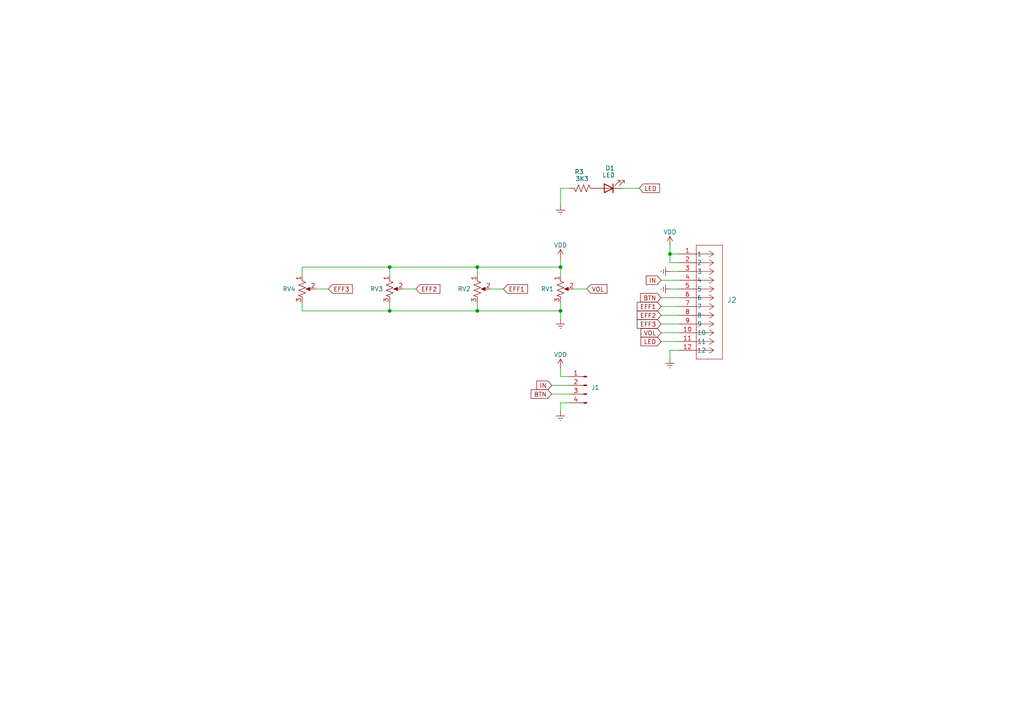
<source format=kicad_sch>
(kicad_sch (version 20230121) (generator eeschema)

  (uuid 65babcf1-51be-450b-8f6b-a5b3bcaf1a10)

  (paper "A4")

  (lib_symbols
    (symbol "Connector:Conn_01x04_Pin" (pin_names (offset 1.016) hide) (in_bom yes) (on_board yes)
      (property "Reference" "J" (at 0 5.08 0)
        (effects (font (size 1.27 1.27)))
      )
      (property "Value" "Conn_01x04_Pin" (at 0 -7.62 0)
        (effects (font (size 1.27 1.27)))
      )
      (property "Footprint" "" (at 0 0 0)
        (effects (font (size 1.27 1.27)) hide)
      )
      (property "Datasheet" "~" (at 0 0 0)
        (effects (font (size 1.27 1.27)) hide)
      )
      (property "ki_locked" "" (at 0 0 0)
        (effects (font (size 1.27 1.27)))
      )
      (property "ki_keywords" "connector" (at 0 0 0)
        (effects (font (size 1.27 1.27)) hide)
      )
      (property "ki_description" "Generic connector, single row, 01x04, script generated" (at 0 0 0)
        (effects (font (size 1.27 1.27)) hide)
      )
      (property "ki_fp_filters" "Connector*:*_1x??_*" (at 0 0 0)
        (effects (font (size 1.27 1.27)) hide)
      )
      (symbol "Conn_01x04_Pin_1_1"
        (polyline
          (pts
            (xy 1.27 -5.08)
            (xy 0.8636 -5.08)
          )
          (stroke (width 0.1524) (type default))
          (fill (type none))
        )
        (polyline
          (pts
            (xy 1.27 -2.54)
            (xy 0.8636 -2.54)
          )
          (stroke (width 0.1524) (type default))
          (fill (type none))
        )
        (polyline
          (pts
            (xy 1.27 0)
            (xy 0.8636 0)
          )
          (stroke (width 0.1524) (type default))
          (fill (type none))
        )
        (polyline
          (pts
            (xy 1.27 2.54)
            (xy 0.8636 2.54)
          )
          (stroke (width 0.1524) (type default))
          (fill (type none))
        )
        (rectangle (start 0.8636 -4.953) (end 0 -5.207)
          (stroke (width 0.1524) (type default))
          (fill (type outline))
        )
        (rectangle (start 0.8636 -2.413) (end 0 -2.667)
          (stroke (width 0.1524) (type default))
          (fill (type outline))
        )
        (rectangle (start 0.8636 0.127) (end 0 -0.127)
          (stroke (width 0.1524) (type default))
          (fill (type outline))
        )
        (rectangle (start 0.8636 2.667) (end 0 2.413)
          (stroke (width 0.1524) (type default))
          (fill (type outline))
        )
        (pin passive line (at 5.08 2.54 180) (length 3.81)
          (name "Pin_1" (effects (font (size 1.27 1.27))))
          (number "1" (effects (font (size 1.27 1.27))))
        )
        (pin passive line (at 5.08 0 180) (length 3.81)
          (name "Pin_2" (effects (font (size 1.27 1.27))))
          (number "2" (effects (font (size 1.27 1.27))))
        )
        (pin passive line (at 5.08 -2.54 180) (length 3.81)
          (name "Pin_3" (effects (font (size 1.27 1.27))))
          (number "3" (effects (font (size 1.27 1.27))))
        )
        (pin passive line (at 5.08 -5.08 180) (length 3.81)
          (name "Pin_4" (effects (font (size 1.27 1.27))))
          (number "4" (effects (font (size 1.27 1.27))))
        )
      )
    )
    (symbol "Custom:TE_Conn_1-1734248-2" (pin_names (offset 0.254)) (in_bom yes) (on_board yes)
      (property "Reference" "J" (at 8.89 6.35 0)
        (effects (font (size 1.524 1.524)))
      )
      (property "Value" "TE_Conn_1-1734248-2" (at 0 0 0)
        (effects (font (size 1.524 1.524)))
      )
      (property "Footprint" "CONN_1-1734248-2_TYCO" (at 0 0 0)
        (effects (font (size 1.27 1.27) italic) hide)
      )
      (property "Datasheet" "1-1734248-2" (at 0 0 0)
        (effects (font (size 1.27 1.27) italic) hide)
      )
      (property "ki_locked" "" (at 0 0 0)
        (effects (font (size 1.27 1.27)))
      )
      (property "ki_keywords" "1-1734248-2" (at 0 0 0)
        (effects (font (size 1.27 1.27)) hide)
      )
      (property "ki_fp_filters" "CONN_1-1734248-2_TYCO" (at 0 0 0)
        (effects (font (size 1.27 1.27)) hide)
      )
      (symbol "TE_Conn_1-1734248-2_1_1"
        (polyline
          (pts
            (xy 5.08 -30.48)
            (xy 12.7 -30.48)
          )
          (stroke (width 0.127) (type default))
          (fill (type none))
        )
        (polyline
          (pts
            (xy 5.08 2.54)
            (xy 5.08 -30.48)
          )
          (stroke (width 0.127) (type default))
          (fill (type none))
        )
        (polyline
          (pts
            (xy 10.16 -27.94)
            (xy 5.08 -27.94)
          )
          (stroke (width 0.127) (type default))
          (fill (type none))
        )
        (polyline
          (pts
            (xy 10.16 -27.94)
            (xy 8.89 -28.7867)
          )
          (stroke (width 0.127) (type default))
          (fill (type none))
        )
        (polyline
          (pts
            (xy 10.16 -27.94)
            (xy 8.89 -27.0933)
          )
          (stroke (width 0.127) (type default))
          (fill (type none))
        )
        (polyline
          (pts
            (xy 10.16 -25.4)
            (xy 5.08 -25.4)
          )
          (stroke (width 0.127) (type default))
          (fill (type none))
        )
        (polyline
          (pts
            (xy 10.16 -25.4)
            (xy 8.89 -26.2467)
          )
          (stroke (width 0.127) (type default))
          (fill (type none))
        )
        (polyline
          (pts
            (xy 10.16 -25.4)
            (xy 8.89 -24.5533)
          )
          (stroke (width 0.127) (type default))
          (fill (type none))
        )
        (polyline
          (pts
            (xy 10.16 -22.86)
            (xy 5.08 -22.86)
          )
          (stroke (width 0.127) (type default))
          (fill (type none))
        )
        (polyline
          (pts
            (xy 10.16 -22.86)
            (xy 8.89 -23.7067)
          )
          (stroke (width 0.127) (type default))
          (fill (type none))
        )
        (polyline
          (pts
            (xy 10.16 -22.86)
            (xy 8.89 -22.0133)
          )
          (stroke (width 0.127) (type default))
          (fill (type none))
        )
        (polyline
          (pts
            (xy 10.16 -20.32)
            (xy 5.08 -20.32)
          )
          (stroke (width 0.127) (type default))
          (fill (type none))
        )
        (polyline
          (pts
            (xy 10.16 -20.32)
            (xy 8.89 -21.1667)
          )
          (stroke (width 0.127) (type default))
          (fill (type none))
        )
        (polyline
          (pts
            (xy 10.16 -20.32)
            (xy 8.89 -19.4733)
          )
          (stroke (width 0.127) (type default))
          (fill (type none))
        )
        (polyline
          (pts
            (xy 10.16 -17.78)
            (xy 5.08 -17.78)
          )
          (stroke (width 0.127) (type default))
          (fill (type none))
        )
        (polyline
          (pts
            (xy 10.16 -17.78)
            (xy 8.89 -18.6267)
          )
          (stroke (width 0.127) (type default))
          (fill (type none))
        )
        (polyline
          (pts
            (xy 10.16 -17.78)
            (xy 8.89 -16.9333)
          )
          (stroke (width 0.127) (type default))
          (fill (type none))
        )
        (polyline
          (pts
            (xy 10.16 -15.24)
            (xy 5.08 -15.24)
          )
          (stroke (width 0.127) (type default))
          (fill (type none))
        )
        (polyline
          (pts
            (xy 10.16 -15.24)
            (xy 8.89 -16.0867)
          )
          (stroke (width 0.127) (type default))
          (fill (type none))
        )
        (polyline
          (pts
            (xy 10.16 -15.24)
            (xy 8.89 -14.3933)
          )
          (stroke (width 0.127) (type default))
          (fill (type none))
        )
        (polyline
          (pts
            (xy 10.16 -12.7)
            (xy 5.08 -12.7)
          )
          (stroke (width 0.127) (type default))
          (fill (type none))
        )
        (polyline
          (pts
            (xy 10.16 -12.7)
            (xy 8.89 -13.5467)
          )
          (stroke (width 0.127) (type default))
          (fill (type none))
        )
        (polyline
          (pts
            (xy 10.16 -12.7)
            (xy 8.89 -11.8533)
          )
          (stroke (width 0.127) (type default))
          (fill (type none))
        )
        (polyline
          (pts
            (xy 10.16 -10.16)
            (xy 5.08 -10.16)
          )
          (stroke (width 0.127) (type default))
          (fill (type none))
        )
        (polyline
          (pts
            (xy 10.16 -10.16)
            (xy 8.89 -11.0067)
          )
          (stroke (width 0.127) (type default))
          (fill (type none))
        )
        (polyline
          (pts
            (xy 10.16 -10.16)
            (xy 8.89 -9.3133)
          )
          (stroke (width 0.127) (type default))
          (fill (type none))
        )
        (polyline
          (pts
            (xy 10.16 -7.62)
            (xy 5.08 -7.62)
          )
          (stroke (width 0.127) (type default))
          (fill (type none))
        )
        (polyline
          (pts
            (xy 10.16 -7.62)
            (xy 8.89 -8.4667)
          )
          (stroke (width 0.127) (type default))
          (fill (type none))
        )
        (polyline
          (pts
            (xy 10.16 -7.62)
            (xy 8.89 -6.7733)
          )
          (stroke (width 0.127) (type default))
          (fill (type none))
        )
        (polyline
          (pts
            (xy 10.16 -5.08)
            (xy 5.08 -5.08)
          )
          (stroke (width 0.127) (type default))
          (fill (type none))
        )
        (polyline
          (pts
            (xy 10.16 -5.08)
            (xy 8.89 -5.9267)
          )
          (stroke (width 0.127) (type default))
          (fill (type none))
        )
        (polyline
          (pts
            (xy 10.16 -5.08)
            (xy 8.89 -4.2333)
          )
          (stroke (width 0.127) (type default))
          (fill (type none))
        )
        (polyline
          (pts
            (xy 10.16 -2.54)
            (xy 5.08 -2.54)
          )
          (stroke (width 0.127) (type default))
          (fill (type none))
        )
        (polyline
          (pts
            (xy 10.16 -2.54)
            (xy 8.89 -3.3867)
          )
          (stroke (width 0.127) (type default))
          (fill (type none))
        )
        (polyline
          (pts
            (xy 10.16 -2.54)
            (xy 8.89 -1.6933)
          )
          (stroke (width 0.127) (type default))
          (fill (type none))
        )
        (polyline
          (pts
            (xy 10.16 0)
            (xy 5.08 0)
          )
          (stroke (width 0.127) (type default))
          (fill (type none))
        )
        (polyline
          (pts
            (xy 10.16 0)
            (xy 8.89 -0.8467)
          )
          (stroke (width 0.127) (type default))
          (fill (type none))
        )
        (polyline
          (pts
            (xy 10.16 0)
            (xy 8.89 0.8467)
          )
          (stroke (width 0.127) (type default))
          (fill (type none))
        )
        (polyline
          (pts
            (xy 12.7 -30.48)
            (xy 12.7 2.54)
          )
          (stroke (width 0.127) (type default))
          (fill (type none))
        )
        (polyline
          (pts
            (xy 12.7 2.54)
            (xy 5.08 2.54)
          )
          (stroke (width 0.127) (type default))
          (fill (type none))
        )
        (pin unspecified line (at 0 0 0) (length 5.08)
          (name "1" (effects (font (size 1.27 1.27))))
          (number "1" (effects (font (size 1.27 1.27))))
        )
        (pin unspecified line (at 0 -22.86 0) (length 5.08)
          (name "10" (effects (font (size 1.27 1.27))))
          (number "10" (effects (font (size 1.27 1.27))))
        )
        (pin unspecified line (at 0 -25.4 0) (length 5.08)
          (name "11" (effects (font (size 1.27 1.27))))
          (number "11" (effects (font (size 1.27 1.27))))
        )
        (pin unspecified line (at 0 -27.94 0) (length 5.08)
          (name "12" (effects (font (size 1.27 1.27))))
          (number "12" (effects (font (size 1.27 1.27))))
        )
        (pin unspecified line (at 0 -2.54 0) (length 5.08)
          (name "2" (effects (font (size 1.27 1.27))))
          (number "2" (effects (font (size 1.27 1.27))))
        )
        (pin unspecified line (at 0 -5.08 0) (length 5.08)
          (name "3" (effects (font (size 1.27 1.27))))
          (number "3" (effects (font (size 1.27 1.27))))
        )
        (pin unspecified line (at 0 -7.62 0) (length 5.08)
          (name "4" (effects (font (size 1.27 1.27))))
          (number "4" (effects (font (size 1.27 1.27))))
        )
        (pin unspecified line (at 0 -10.16 0) (length 5.08)
          (name "5" (effects (font (size 1.27 1.27))))
          (number "5" (effects (font (size 1.27 1.27))))
        )
        (pin unspecified line (at 0 -12.7 0) (length 5.08)
          (name "6" (effects (font (size 1.27 1.27))))
          (number "6" (effects (font (size 1.27 1.27))))
        )
        (pin unspecified line (at 0 -15.24 0) (length 5.08)
          (name "7" (effects (font (size 1.27 1.27))))
          (number "7" (effects (font (size 1.27 1.27))))
        )
        (pin unspecified line (at 0 -17.78 0) (length 5.08)
          (name "8" (effects (font (size 1.27 1.27))))
          (number "8" (effects (font (size 1.27 1.27))))
        )
        (pin unspecified line (at 0 -20.32 0) (length 5.08)
          (name "9" (effects (font (size 1.27 1.27))))
          (number "9" (effects (font (size 1.27 1.27))))
        )
      )
      (symbol "TE_Conn_1-1734248-2_1_2"
        (polyline
          (pts
            (xy 5.08 -30.48)
            (xy 12.7 -30.48)
          )
          (stroke (width 0.127) (type default))
          (fill (type none))
        )
        (polyline
          (pts
            (xy 5.08 2.54)
            (xy 5.08 -30.48)
          )
          (stroke (width 0.127) (type default))
          (fill (type none))
        )
        (polyline
          (pts
            (xy 7.62 -27.94)
            (xy 5.08 -27.94)
          )
          (stroke (width 0.127) (type default))
          (fill (type none))
        )
        (polyline
          (pts
            (xy 7.62 -27.94)
            (xy 8.89 -28.7867)
          )
          (stroke (width 0.127) (type default))
          (fill (type none))
        )
        (polyline
          (pts
            (xy 7.62 -27.94)
            (xy 8.89 -27.0933)
          )
          (stroke (width 0.127) (type default))
          (fill (type none))
        )
        (polyline
          (pts
            (xy 7.62 -25.4)
            (xy 5.08 -25.4)
          )
          (stroke (width 0.127) (type default))
          (fill (type none))
        )
        (polyline
          (pts
            (xy 7.62 -25.4)
            (xy 8.89 -26.2467)
          )
          (stroke (width 0.127) (type default))
          (fill (type none))
        )
        (polyline
          (pts
            (xy 7.62 -25.4)
            (xy 8.89 -24.5533)
          )
          (stroke (width 0.127) (type default))
          (fill (type none))
        )
        (polyline
          (pts
            (xy 7.62 -22.86)
            (xy 5.08 -22.86)
          )
          (stroke (width 0.127) (type default))
          (fill (type none))
        )
        (polyline
          (pts
            (xy 7.62 -22.86)
            (xy 8.89 -23.7067)
          )
          (stroke (width 0.127) (type default))
          (fill (type none))
        )
        (polyline
          (pts
            (xy 7.62 -22.86)
            (xy 8.89 -22.0133)
          )
          (stroke (width 0.127) (type default))
          (fill (type none))
        )
        (polyline
          (pts
            (xy 7.62 -20.32)
            (xy 5.08 -20.32)
          )
          (stroke (width 0.127) (type default))
          (fill (type none))
        )
        (polyline
          (pts
            (xy 7.62 -20.32)
            (xy 8.89 -21.1667)
          )
          (stroke (width 0.127) (type default))
          (fill (type none))
        )
        (polyline
          (pts
            (xy 7.62 -20.32)
            (xy 8.89 -19.4733)
          )
          (stroke (width 0.127) (type default))
          (fill (type none))
        )
        (polyline
          (pts
            (xy 7.62 -17.78)
            (xy 5.08 -17.78)
          )
          (stroke (width 0.127) (type default))
          (fill (type none))
        )
        (polyline
          (pts
            (xy 7.62 -17.78)
            (xy 8.89 -18.6267)
          )
          (stroke (width 0.127) (type default))
          (fill (type none))
        )
        (polyline
          (pts
            (xy 7.62 -17.78)
            (xy 8.89 -16.9333)
          )
          (stroke (width 0.127) (type default))
          (fill (type none))
        )
        (polyline
          (pts
            (xy 7.62 -15.24)
            (xy 5.08 -15.24)
          )
          (stroke (width 0.127) (type default))
          (fill (type none))
        )
        (polyline
          (pts
            (xy 7.62 -15.24)
            (xy 8.89 -16.0867)
          )
          (stroke (width 0.127) (type default))
          (fill (type none))
        )
        (polyline
          (pts
            (xy 7.62 -15.24)
            (xy 8.89 -14.3933)
          )
          (stroke (width 0.127) (type default))
          (fill (type none))
        )
        (polyline
          (pts
            (xy 7.62 -12.7)
            (xy 5.08 -12.7)
          )
          (stroke (width 0.127) (type default))
          (fill (type none))
        )
        (polyline
          (pts
            (xy 7.62 -12.7)
            (xy 8.89 -13.5467)
          )
          (stroke (width 0.127) (type default))
          (fill (type none))
        )
        (polyline
          (pts
            (xy 7.62 -12.7)
            (xy 8.89 -11.8533)
          )
          (stroke (width 0.127) (type default))
          (fill (type none))
        )
        (polyline
          (pts
            (xy 7.62 -10.16)
            (xy 5.08 -10.16)
          )
          (stroke (width 0.127) (type default))
          (fill (type none))
        )
        (polyline
          (pts
            (xy 7.62 -10.16)
            (xy 8.89 -11.0067)
          )
          (stroke (width 0.127) (type default))
          (fill (type none))
        )
        (polyline
          (pts
            (xy 7.62 -10.16)
            (xy 8.89 -9.3133)
          )
          (stroke (width 0.127) (type default))
          (fill (type none))
        )
        (polyline
          (pts
            (xy 7.62 -7.62)
            (xy 5.08 -7.62)
          )
          (stroke (width 0.127) (type default))
          (fill (type none))
        )
        (polyline
          (pts
            (xy 7.62 -7.62)
            (xy 8.89 -8.4667)
          )
          (stroke (width 0.127) (type default))
          (fill (type none))
        )
        (polyline
          (pts
            (xy 7.62 -7.62)
            (xy 8.89 -6.7733)
          )
          (stroke (width 0.127) (type default))
          (fill (type none))
        )
        (polyline
          (pts
            (xy 7.62 -5.08)
            (xy 5.08 -5.08)
          )
          (stroke (width 0.127) (type default))
          (fill (type none))
        )
        (polyline
          (pts
            (xy 7.62 -5.08)
            (xy 8.89 -5.9267)
          )
          (stroke (width 0.127) (type default))
          (fill (type none))
        )
        (polyline
          (pts
            (xy 7.62 -5.08)
            (xy 8.89 -4.2333)
          )
          (stroke (width 0.127) (type default))
          (fill (type none))
        )
        (polyline
          (pts
            (xy 7.62 -2.54)
            (xy 5.08 -2.54)
          )
          (stroke (width 0.127) (type default))
          (fill (type none))
        )
        (polyline
          (pts
            (xy 7.62 -2.54)
            (xy 8.89 -3.3867)
          )
          (stroke (width 0.127) (type default))
          (fill (type none))
        )
        (polyline
          (pts
            (xy 7.62 -2.54)
            (xy 8.89 -1.6933)
          )
          (stroke (width 0.127) (type default))
          (fill (type none))
        )
        (polyline
          (pts
            (xy 7.62 0)
            (xy 5.08 0)
          )
          (stroke (width 0.127) (type default))
          (fill (type none))
        )
        (polyline
          (pts
            (xy 7.62 0)
            (xy 8.89 -0.8467)
          )
          (stroke (width 0.127) (type default))
          (fill (type none))
        )
        (polyline
          (pts
            (xy 7.62 0)
            (xy 8.89 0.8467)
          )
          (stroke (width 0.127) (type default))
          (fill (type none))
        )
        (polyline
          (pts
            (xy 12.7 -30.48)
            (xy 12.7 2.54)
          )
          (stroke (width 0.127) (type default))
          (fill (type none))
        )
        (polyline
          (pts
            (xy 12.7 2.54)
            (xy 5.08 2.54)
          )
          (stroke (width 0.127) (type default))
          (fill (type none))
        )
        (pin unspecified line (at 0 0 0) (length 5.08)
          (name "1" (effects (font (size 1.27 1.27))))
          (number "1" (effects (font (size 1.27 1.27))))
        )
        (pin unspecified line (at 0 -22.86 0) (length 5.08)
          (name "10" (effects (font (size 1.27 1.27))))
          (number "10" (effects (font (size 1.27 1.27))))
        )
        (pin unspecified line (at 0 -25.4 0) (length 5.08)
          (name "11" (effects (font (size 1.27 1.27))))
          (number "11" (effects (font (size 1.27 1.27))))
        )
        (pin unspecified line (at 0 -27.94 0) (length 5.08)
          (name "12" (effects (font (size 1.27 1.27))))
          (number "12" (effects (font (size 1.27 1.27))))
        )
        (pin unspecified line (at 0 -2.54 0) (length 5.08)
          (name "2" (effects (font (size 1.27 1.27))))
          (number "2" (effects (font (size 1.27 1.27))))
        )
        (pin unspecified line (at 0 -5.08 0) (length 5.08)
          (name "3" (effects (font (size 1.27 1.27))))
          (number "3" (effects (font (size 1.27 1.27))))
        )
        (pin unspecified line (at 0 -7.62 0) (length 5.08)
          (name "4" (effects (font (size 1.27 1.27))))
          (number "4" (effects (font (size 1.27 1.27))))
        )
        (pin unspecified line (at 0 -10.16 0) (length 5.08)
          (name "5" (effects (font (size 1.27 1.27))))
          (number "5" (effects (font (size 1.27 1.27))))
        )
        (pin unspecified line (at 0 -12.7 0) (length 5.08)
          (name "6" (effects (font (size 1.27 1.27))))
          (number "6" (effects (font (size 1.27 1.27))))
        )
        (pin unspecified line (at 0 -15.24 0) (length 5.08)
          (name "7" (effects (font (size 1.27 1.27))))
          (number "7" (effects (font (size 1.27 1.27))))
        )
        (pin unspecified line (at 0 -17.78 0) (length 5.08)
          (name "8" (effects (font (size 1.27 1.27))))
          (number "8" (effects (font (size 1.27 1.27))))
        )
        (pin unspecified line (at 0 -20.32 0) (length 5.08)
          (name "9" (effects (font (size 1.27 1.27))))
          (number "9" (effects (font (size 1.27 1.27))))
        )
      )
    )
    (symbol "Device:LED" (pin_numbers hide) (pin_names (offset 1.016) hide) (in_bom yes) (on_board yes)
      (property "Reference" "D" (at 0 2.54 0)
        (effects (font (size 1.27 1.27)))
      )
      (property "Value" "LED" (at 0 -2.54 0)
        (effects (font (size 1.27 1.27)))
      )
      (property "Footprint" "" (at 0 0 0)
        (effects (font (size 1.27 1.27)) hide)
      )
      (property "Datasheet" "~" (at 0 0 0)
        (effects (font (size 1.27 1.27)) hide)
      )
      (property "ki_keywords" "LED diode" (at 0 0 0)
        (effects (font (size 1.27 1.27)) hide)
      )
      (property "ki_description" "Light emitting diode" (at 0 0 0)
        (effects (font (size 1.27 1.27)) hide)
      )
      (property "ki_fp_filters" "LED* LED_SMD:* LED_THT:*" (at 0 0 0)
        (effects (font (size 1.27 1.27)) hide)
      )
      (symbol "LED_0_1"
        (polyline
          (pts
            (xy -1.27 -1.27)
            (xy -1.27 1.27)
          )
          (stroke (width 0.254) (type default))
          (fill (type none))
        )
        (polyline
          (pts
            (xy -1.27 0)
            (xy 1.27 0)
          )
          (stroke (width 0) (type default))
          (fill (type none))
        )
        (polyline
          (pts
            (xy 1.27 -1.27)
            (xy 1.27 1.27)
            (xy -1.27 0)
            (xy 1.27 -1.27)
          )
          (stroke (width 0.254) (type default))
          (fill (type none))
        )
        (polyline
          (pts
            (xy -3.048 -0.762)
            (xy -4.572 -2.286)
            (xy -3.81 -2.286)
            (xy -4.572 -2.286)
            (xy -4.572 -1.524)
          )
          (stroke (width 0) (type default))
          (fill (type none))
        )
        (polyline
          (pts
            (xy -1.778 -0.762)
            (xy -3.302 -2.286)
            (xy -2.54 -2.286)
            (xy -3.302 -2.286)
            (xy -3.302 -1.524)
          )
          (stroke (width 0) (type default))
          (fill (type none))
        )
      )
      (symbol "LED_1_1"
        (pin passive line (at -3.81 0 0) (length 2.54)
          (name "K" (effects (font (size 1.27 1.27))))
          (number "1" (effects (font (size 1.27 1.27))))
        )
        (pin passive line (at 3.81 0 180) (length 2.54)
          (name "A" (effects (font (size 1.27 1.27))))
          (number "2" (effects (font (size 1.27 1.27))))
        )
      )
    )
    (symbol "Device:R_Potentiometer_US" (pin_names (offset 1.016) hide) (in_bom yes) (on_board yes)
      (property "Reference" "RV" (at -4.445 0 90)
        (effects (font (size 1.27 1.27)))
      )
      (property "Value" "R_Potentiometer_US" (at -2.54 0 90)
        (effects (font (size 1.27 1.27)))
      )
      (property "Footprint" "" (at 0 0 0)
        (effects (font (size 1.27 1.27)) hide)
      )
      (property "Datasheet" "~" (at 0 0 0)
        (effects (font (size 1.27 1.27)) hide)
      )
      (property "ki_keywords" "resistor variable" (at 0 0 0)
        (effects (font (size 1.27 1.27)) hide)
      )
      (property "ki_description" "Potentiometer, US symbol" (at 0 0 0)
        (effects (font (size 1.27 1.27)) hide)
      )
      (property "ki_fp_filters" "Potentiometer*" (at 0 0 0)
        (effects (font (size 1.27 1.27)) hide)
      )
      (symbol "R_Potentiometer_US_0_1"
        (polyline
          (pts
            (xy 0 -2.286)
            (xy 0 -2.54)
          )
          (stroke (width 0) (type default))
          (fill (type none))
        )
        (polyline
          (pts
            (xy 0 2.54)
            (xy 0 2.286)
          )
          (stroke (width 0) (type default))
          (fill (type none))
        )
        (polyline
          (pts
            (xy 2.54 0)
            (xy 1.524 0)
          )
          (stroke (width 0) (type default))
          (fill (type none))
        )
        (polyline
          (pts
            (xy 1.143 0)
            (xy 2.286 0.508)
            (xy 2.286 -0.508)
            (xy 1.143 0)
          )
          (stroke (width 0) (type default))
          (fill (type outline))
        )
        (polyline
          (pts
            (xy 0 -0.762)
            (xy 1.016 -1.143)
            (xy 0 -1.524)
            (xy -1.016 -1.905)
            (xy 0 -2.286)
          )
          (stroke (width 0) (type default))
          (fill (type none))
        )
        (polyline
          (pts
            (xy 0 0.762)
            (xy 1.016 0.381)
            (xy 0 0)
            (xy -1.016 -0.381)
            (xy 0 -0.762)
          )
          (stroke (width 0) (type default))
          (fill (type none))
        )
        (polyline
          (pts
            (xy 0 2.286)
            (xy 1.016 1.905)
            (xy 0 1.524)
            (xy -1.016 1.143)
            (xy 0 0.762)
          )
          (stroke (width 0) (type default))
          (fill (type none))
        )
      )
      (symbol "R_Potentiometer_US_1_1"
        (pin passive line (at 0 3.81 270) (length 1.27)
          (name "1" (effects (font (size 1.27 1.27))))
          (number "1" (effects (font (size 1.27 1.27))))
        )
        (pin passive line (at 3.81 0 180) (length 1.27)
          (name "2" (effects (font (size 1.27 1.27))))
          (number "2" (effects (font (size 1.27 1.27))))
        )
        (pin passive line (at 0 -3.81 90) (length 1.27)
          (name "3" (effects (font (size 1.27 1.27))))
          (number "3" (effects (font (size 1.27 1.27))))
        )
      )
    )
    (symbol "Device:R_US" (pin_numbers hide) (pin_names (offset 0)) (in_bom yes) (on_board yes)
      (property "Reference" "R" (at 2.54 0 90)
        (effects (font (size 1.27 1.27)))
      )
      (property "Value" "R_US" (at -2.54 0 90)
        (effects (font (size 1.27 1.27)))
      )
      (property "Footprint" "" (at 1.016 -0.254 90)
        (effects (font (size 1.27 1.27)) hide)
      )
      (property "Datasheet" "~" (at 0 0 0)
        (effects (font (size 1.27 1.27)) hide)
      )
      (property "ki_keywords" "R res resistor" (at 0 0 0)
        (effects (font (size 1.27 1.27)) hide)
      )
      (property "ki_description" "Resistor, US symbol" (at 0 0 0)
        (effects (font (size 1.27 1.27)) hide)
      )
      (property "ki_fp_filters" "R_*" (at 0 0 0)
        (effects (font (size 1.27 1.27)) hide)
      )
      (symbol "R_US_0_1"
        (polyline
          (pts
            (xy 0 -2.286)
            (xy 0 -2.54)
          )
          (stroke (width 0) (type default))
          (fill (type none))
        )
        (polyline
          (pts
            (xy 0 2.286)
            (xy 0 2.54)
          )
          (stroke (width 0) (type default))
          (fill (type none))
        )
        (polyline
          (pts
            (xy 0 -0.762)
            (xy 1.016 -1.143)
            (xy 0 -1.524)
            (xy -1.016 -1.905)
            (xy 0 -2.286)
          )
          (stroke (width 0) (type default))
          (fill (type none))
        )
        (polyline
          (pts
            (xy 0 0.762)
            (xy 1.016 0.381)
            (xy 0 0)
            (xy -1.016 -0.381)
            (xy 0 -0.762)
          )
          (stroke (width 0) (type default))
          (fill (type none))
        )
        (polyline
          (pts
            (xy 0 2.286)
            (xy 1.016 1.905)
            (xy 0 1.524)
            (xy -1.016 1.143)
            (xy 0 0.762)
          )
          (stroke (width 0) (type default))
          (fill (type none))
        )
      )
      (symbol "R_US_1_1"
        (pin passive line (at 0 3.81 270) (length 1.27)
          (name "~" (effects (font (size 1.27 1.27))))
          (number "1" (effects (font (size 1.27 1.27))))
        )
        (pin passive line (at 0 -3.81 90) (length 1.27)
          (name "~" (effects (font (size 1.27 1.27))))
          (number "2" (effects (font (size 1.27 1.27))))
        )
      )
    )
    (symbol "power:Earth" (power) (pin_names (offset 0)) (in_bom yes) (on_board yes)
      (property "Reference" "#PWR" (at 0 -6.35 0)
        (effects (font (size 1.27 1.27)) hide)
      )
      (property "Value" "Earth" (at 0 -3.81 0)
        (effects (font (size 1.27 1.27)) hide)
      )
      (property "Footprint" "" (at 0 0 0)
        (effects (font (size 1.27 1.27)) hide)
      )
      (property "Datasheet" "~" (at 0 0 0)
        (effects (font (size 1.27 1.27)) hide)
      )
      (property "ki_keywords" "global ground gnd" (at 0 0 0)
        (effects (font (size 1.27 1.27)) hide)
      )
      (property "ki_description" "Power symbol creates a global label with name \"Earth\"" (at 0 0 0)
        (effects (font (size 1.27 1.27)) hide)
      )
      (symbol "Earth_0_1"
        (polyline
          (pts
            (xy -0.635 -1.905)
            (xy 0.635 -1.905)
          )
          (stroke (width 0) (type default))
          (fill (type none))
        )
        (polyline
          (pts
            (xy -0.127 -2.54)
            (xy 0.127 -2.54)
          )
          (stroke (width 0) (type default))
          (fill (type none))
        )
        (polyline
          (pts
            (xy 0 -1.27)
            (xy 0 0)
          )
          (stroke (width 0) (type default))
          (fill (type none))
        )
        (polyline
          (pts
            (xy 1.27 -1.27)
            (xy -1.27 -1.27)
          )
          (stroke (width 0) (type default))
          (fill (type none))
        )
      )
      (symbol "Earth_1_1"
        (pin power_in line (at 0 0 270) (length 0) hide
          (name "Earth" (effects (font (size 1.27 1.27))))
          (number "1" (effects (font (size 1.27 1.27))))
        )
      )
    )
    (symbol "power:VDD" (power) (pin_names (offset 0)) (in_bom yes) (on_board yes)
      (property "Reference" "#PWR" (at 0 -3.81 0)
        (effects (font (size 1.27 1.27)) hide)
      )
      (property "Value" "VDD" (at 0 3.81 0)
        (effects (font (size 1.27 1.27)))
      )
      (property "Footprint" "" (at 0 0 0)
        (effects (font (size 1.27 1.27)) hide)
      )
      (property "Datasheet" "" (at 0 0 0)
        (effects (font (size 1.27 1.27)) hide)
      )
      (property "ki_keywords" "global power" (at 0 0 0)
        (effects (font (size 1.27 1.27)) hide)
      )
      (property "ki_description" "Power symbol creates a global label with name \"VDD\"" (at 0 0 0)
        (effects (font (size 1.27 1.27)) hide)
      )
      (symbol "VDD_0_1"
        (polyline
          (pts
            (xy -0.762 1.27)
            (xy 0 2.54)
          )
          (stroke (width 0) (type default))
          (fill (type none))
        )
        (polyline
          (pts
            (xy 0 0)
            (xy 0 2.54)
          )
          (stroke (width 0) (type default))
          (fill (type none))
        )
        (polyline
          (pts
            (xy 0 2.54)
            (xy 0.762 1.27)
          )
          (stroke (width 0) (type default))
          (fill (type none))
        )
      )
      (symbol "VDD_1_1"
        (pin power_in line (at 0 0 90) (length 0) hide
          (name "VDD" (effects (font (size 1.27 1.27))))
          (number "1" (effects (font (size 1.27 1.27))))
        )
      )
    )
  )

  (junction (at 162.56 77.47) (diameter 0) (color 0 0 0 0)
    (uuid 05ec9fa3-50c6-40a9-b7a5-7e642c75d465)
  )
  (junction (at 138.43 90.17) (diameter 0) (color 0 0 0 0)
    (uuid 3133b35f-cf1b-4207-bcc8-64778961db44)
  )
  (junction (at 162.56 90.17) (diameter 0) (color 0 0 0 0)
    (uuid 50fb1098-bf24-4cd3-8ad1-8b8908d823cd)
  )
  (junction (at 113.03 77.47) (diameter 0) (color 0 0 0 0)
    (uuid 62d30903-cb36-45c8-aaf3-244d4c122a1f)
  )
  (junction (at 194.31 73.66) (diameter 0) (color 0 0 0 0)
    (uuid a42cb43b-2bc9-472e-9e47-3ed465824960)
  )
  (junction (at 113.03 90.17) (diameter 0) (color 0 0 0 0)
    (uuid cf308993-5109-495f-a3ea-7f3d5edad36a)
  )
  (junction (at 138.43 77.47) (diameter 0) (color 0 0 0 0)
    (uuid e44f38dc-4b70-47ea-bcee-bcb0e2ddb791)
  )

  (wire (pts (xy 138.43 90.17) (xy 138.43 87.63))
    (stroke (width 0) (type default))
    (uuid 054ba849-ec6a-4e32-a84a-7cd59c8609b1)
  )
  (wire (pts (xy 191.77 99.06) (xy 196.85 99.06))
    (stroke (width 0) (type default))
    (uuid 08ba2ea3-b8d3-406d-af89-bed202284d57)
  )
  (wire (pts (xy 162.56 90.17) (xy 162.56 87.63))
    (stroke (width 0) (type default))
    (uuid 11946cd9-ac16-4ce6-b455-99b268046444)
  )
  (wire (pts (xy 138.43 77.47) (xy 138.43 80.01))
    (stroke (width 0) (type default))
    (uuid 1733c494-7391-4dd1-b82f-115737781398)
  )
  (wire (pts (xy 113.03 90.17) (xy 113.03 87.63))
    (stroke (width 0) (type default))
    (uuid 20eeee8f-0d48-47d9-9e5b-3e3f55b9d4a5)
  )
  (wire (pts (xy 160.02 114.3) (xy 165.1 114.3))
    (stroke (width 0) (type default))
    (uuid 2fe6f46e-c77e-48bb-b549-8fcb62cec008)
  )
  (wire (pts (xy 194.31 73.66) (xy 194.31 71.12))
    (stroke (width 0) (type default))
    (uuid 2ffb31c7-a33d-466f-a5c8-b63712ae87b7)
  )
  (wire (pts (xy 162.56 92.71) (xy 162.56 90.17))
    (stroke (width 0) (type default))
    (uuid 3627a379-e957-420f-ba63-d74a7caff244)
  )
  (wire (pts (xy 191.77 86.36) (xy 196.85 86.36))
    (stroke (width 0) (type default))
    (uuid 4ae4c3a6-3868-4012-9a8c-a2b9e5f10b12)
  )
  (wire (pts (xy 191.77 96.52) (xy 196.85 96.52))
    (stroke (width 0) (type default))
    (uuid 5d6628e5-b6af-4fbb-818c-50669c1f7dc4)
  )
  (wire (pts (xy 160.02 111.76) (xy 165.1 111.76))
    (stroke (width 0) (type default))
    (uuid 5ed0284b-3a73-4717-9ddb-354289ad1269)
  )
  (wire (pts (xy 87.63 77.47) (xy 87.63 80.01))
    (stroke (width 0) (type default))
    (uuid 673db076-4510-4bd7-a559-798a3e591875)
  )
  (wire (pts (xy 194.31 83.82) (xy 196.85 83.82))
    (stroke (width 0) (type default))
    (uuid 6b84caaa-0a04-4e9d-a84b-99c8f3f4fe6d)
  )
  (wire (pts (xy 185.42 54.61) (xy 180.34 54.61))
    (stroke (width 0) (type default))
    (uuid 6c99c88d-a61c-4c16-96eb-f64d9c9c7cf3)
  )
  (wire (pts (xy 194.31 104.14) (xy 194.31 101.6))
    (stroke (width 0) (type default))
    (uuid 72a41a68-179e-44d1-83fa-3943afc570cb)
  )
  (wire (pts (xy 191.77 91.44) (xy 196.85 91.44))
    (stroke (width 0) (type default))
    (uuid 78e6d922-809f-4895-bc03-a0712294aa2e)
  )
  (wire (pts (xy 162.56 106.68) (xy 162.56 109.22))
    (stroke (width 0) (type default))
    (uuid 7920139a-fb9e-4ce5-8ad3-894ec34dbaa4)
  )
  (wire (pts (xy 162.56 74.93) (xy 162.56 77.47))
    (stroke (width 0) (type default))
    (uuid 7ee43cd8-0e04-41d1-b96c-3a7edb38881a)
  )
  (wire (pts (xy 113.03 90.17) (xy 138.43 90.17))
    (stroke (width 0) (type default))
    (uuid 827b3630-57b2-4c32-931f-dffe1ec16bf3)
  )
  (wire (pts (xy 196.85 73.66) (xy 194.31 73.66))
    (stroke (width 0) (type default))
    (uuid 84a1e72c-081c-4b49-ab8b-9e1a740dbf35)
  )
  (wire (pts (xy 87.63 90.17) (xy 87.63 87.63))
    (stroke (width 0) (type default))
    (uuid 8556bd8a-17ad-4e18-bf08-ee5acf5cc92b)
  )
  (wire (pts (xy 194.31 78.74) (xy 196.85 78.74))
    (stroke (width 0) (type default))
    (uuid 92f9b4e6-9a95-44c1-9b80-966e720a9e63)
  )
  (wire (pts (xy 162.56 116.84) (xy 165.1 116.84))
    (stroke (width 0) (type default))
    (uuid 951dd494-eaf4-4e05-b538-463aedb8980c)
  )
  (wire (pts (xy 162.56 54.61) (xy 165.1 54.61))
    (stroke (width 0) (type default))
    (uuid 993505ba-b831-44b4-a19b-a56409f88b92)
  )
  (wire (pts (xy 194.31 101.6) (xy 196.85 101.6))
    (stroke (width 0) (type default))
    (uuid 9ca160f1-ceab-4afb-9f5b-361afcc97e9e)
  )
  (wire (pts (xy 162.56 109.22) (xy 165.1 109.22))
    (stroke (width 0) (type default))
    (uuid a119a3aa-4797-4d25-b1cf-eb248022a4cf)
  )
  (wire (pts (xy 113.03 77.47) (xy 138.43 77.47))
    (stroke (width 0) (type default))
    (uuid a1b96a27-fac5-4e53-8409-2142b04586d0)
  )
  (wire (pts (xy 87.63 90.17) (xy 113.03 90.17))
    (stroke (width 0) (type default))
    (uuid ab5cecc3-4ef2-4fa3-a193-3f876a085ead)
  )
  (wire (pts (xy 194.31 76.2) (xy 194.31 73.66))
    (stroke (width 0) (type default))
    (uuid b7ccd7e8-bf98-484c-8df8-545a0747956a)
  )
  (wire (pts (xy 120.65 83.82) (xy 116.84 83.82))
    (stroke (width 0) (type default))
    (uuid bc6f162e-f8d2-44dc-b8e5-dec0138b87b1)
  )
  (wire (pts (xy 162.56 59.69) (xy 162.56 54.61))
    (stroke (width 0) (type default))
    (uuid c1028947-7ba4-487e-91b4-573453f4303b)
  )
  (wire (pts (xy 138.43 77.47) (xy 162.56 77.47))
    (stroke (width 0) (type default))
    (uuid c28d0808-59cd-4ce9-addf-161f46bd3401)
  )
  (wire (pts (xy 196.85 76.2) (xy 194.31 76.2))
    (stroke (width 0) (type default))
    (uuid cc35c8f7-828a-4098-8b6d-775526452947)
  )
  (wire (pts (xy 87.63 77.47) (xy 113.03 77.47))
    (stroke (width 0) (type default))
    (uuid d0dba10f-4d87-4ce5-9451-cb5f18261eee)
  )
  (wire (pts (xy 191.77 88.9) (xy 196.85 88.9))
    (stroke (width 0) (type default))
    (uuid d5818dcb-441e-4f66-9fa7-b790c6edb499)
  )
  (wire (pts (xy 113.03 77.47) (xy 113.03 80.01))
    (stroke (width 0) (type default))
    (uuid dc3c58fc-6fff-444b-8360-c0144ad97fc8)
  )
  (wire (pts (xy 191.77 93.98) (xy 196.85 93.98))
    (stroke (width 0) (type default))
    (uuid deeb6bb2-e5eb-40ec-aa85-b196851ed83b)
  )
  (wire (pts (xy 191.77 81.28) (xy 196.85 81.28))
    (stroke (width 0) (type default))
    (uuid dfb66076-1b95-4270-aa31-288e891b7f45)
  )
  (wire (pts (xy 170.18 83.82) (xy 166.37 83.82))
    (stroke (width 0) (type default))
    (uuid dffefd89-8fa3-4c10-876d-dcba682e4c08)
  )
  (wire (pts (xy 162.56 119.38) (xy 162.56 116.84))
    (stroke (width 0) (type default))
    (uuid e35a1a65-65f2-41a7-a35a-0c189745f6e6)
  )
  (wire (pts (xy 138.43 90.17) (xy 162.56 90.17))
    (stroke (width 0) (type default))
    (uuid ea226136-951c-47db-9059-5b7223f506fc)
  )
  (wire (pts (xy 95.25 83.82) (xy 91.44 83.82))
    (stroke (width 0) (type default))
    (uuid f585781e-5e8d-4f0d-bf0e-aa7918bbdf66)
  )
  (wire (pts (xy 146.05 83.82) (xy 142.24 83.82))
    (stroke (width 0) (type default))
    (uuid fe432159-b9f8-465f-a03e-bfd42dc3f4f9)
  )
  (wire (pts (xy 162.56 77.47) (xy 162.56 80.01))
    (stroke (width 0) (type default))
    (uuid fe6654d7-4cae-47fd-914d-ad191ca5a65f)
  )

  (global_label "EFF3" (shape input) (at 95.25 83.82 0) (fields_autoplaced)
    (effects (font (size 1.27 1.27)) (justify left))
    (uuid 02db6aa2-cca6-4a30-b712-be09c8b385be)
    (property "Intersheetrefs" "${INTERSHEET_REFS}" (at 102.6915 83.82 0)
      (effects (font (size 1.27 1.27)) (justify left) hide)
    )
  )
  (global_label "LED" (shape input) (at 191.77 99.06 180) (fields_autoplaced)
    (effects (font (size 1.27 1.27)) (justify right))
    (uuid 0b8cfea5-c49d-4851-ae04-c0f00efdb303)
    (property "Intersheetrefs" "${INTERSHEET_REFS}" (at 185.4171 99.06 0)
      (effects (font (size 1.27 1.27)) (justify right) hide)
    )
  )
  (global_label "VOL" (shape input) (at 170.18 83.82 0) (fields_autoplaced)
    (effects (font (size 1.27 1.27)) (justify left))
    (uuid 29a10d6c-8f3f-4d3e-a602-90720aaa8fc0)
    (property "Intersheetrefs" "${INTERSHEET_REFS}" (at 176.533 83.82 0)
      (effects (font (size 1.27 1.27)) (justify left) hide)
    )
  )
  (global_label "BTN" (shape input) (at 191.77 86.36 180) (fields_autoplaced)
    (effects (font (size 1.27 1.27)) (justify right))
    (uuid 2bf3b9a6-aa7f-42ee-9a6e-62770463eb8e)
    (property "Intersheetrefs" "${INTERSHEET_REFS}" (at 185.2961 86.36 0)
      (effects (font (size 1.27 1.27)) (justify right) hide)
    )
  )
  (global_label "IN" (shape input) (at 160.02 111.76 180) (fields_autoplaced)
    (effects (font (size 1.27 1.27)) (justify right))
    (uuid 478610f2-fde8-4221-8578-39febb419807)
    (property "Intersheetrefs" "${INTERSHEET_REFS}" (at 155.1789 111.76 0)
      (effects (font (size 1.27 1.27)) (justify right) hide)
    )
  )
  (global_label "EFF1" (shape input) (at 146.05 83.82 0) (fields_autoplaced)
    (effects (font (size 1.27 1.27)) (justify left))
    (uuid 4fc4f783-e220-49c0-86b0-8060e83a4f31)
    (property "Intersheetrefs" "${INTERSHEET_REFS}" (at 153.4915 83.82 0)
      (effects (font (size 1.27 1.27)) (justify left) hide)
    )
  )
  (global_label "IN" (shape input) (at 191.77 81.28 180) (fields_autoplaced)
    (effects (font (size 1.27 1.27)) (justify right))
    (uuid 6983c7c0-c8b7-45c2-9e79-0db68f261862)
    (property "Intersheetrefs" "${INTERSHEET_REFS}" (at 186.9289 81.28 0)
      (effects (font (size 1.27 1.27)) (justify right) hide)
    )
  )
  (global_label "LED" (shape input) (at 185.42 54.61 0) (fields_autoplaced)
    (effects (font (size 1.27 1.27)) (justify left))
    (uuid 6ced4a36-a6ae-4976-b60f-da9ba3dd7061)
    (property "Intersheetrefs" "${INTERSHEET_REFS}" (at 191.7729 54.61 0)
      (effects (font (size 1.27 1.27)) (justify left) hide)
    )
  )
  (global_label "EFF2" (shape input) (at 120.65 83.82 0) (fields_autoplaced)
    (effects (font (size 1.27 1.27)) (justify left))
    (uuid 6f4964d1-88f8-45a3-b22a-c85a42e3a7e2)
    (property "Intersheetrefs" "${INTERSHEET_REFS}" (at 128.0915 83.82 0)
      (effects (font (size 1.27 1.27)) (justify left) hide)
    )
  )
  (global_label "BTN" (shape input) (at 160.02 114.3 180) (fields_autoplaced)
    (effects (font (size 1.27 1.27)) (justify right))
    (uuid b102759e-b03c-4db7-b2a3-6deac9b5e4b2)
    (property "Intersheetrefs" "${INTERSHEET_REFS}" (at 153.5461 114.3 0)
      (effects (font (size 1.27 1.27)) (justify right) hide)
    )
  )
  (global_label "EFF3" (shape input) (at 191.77 93.98 180) (fields_autoplaced)
    (effects (font (size 1.27 1.27)) (justify right))
    (uuid b2038657-962e-4c71-a686-24d9378b06a4)
    (property "Intersheetrefs" "${INTERSHEET_REFS}" (at 184.3285 93.98 0)
      (effects (font (size 1.27 1.27)) (justify right) hide)
    )
  )
  (global_label "EFF1" (shape input) (at 191.77 88.9 180) (fields_autoplaced)
    (effects (font (size 1.27 1.27)) (justify right))
    (uuid be46b278-0cea-4d81-949b-e5acac533d24)
    (property "Intersheetrefs" "${INTERSHEET_REFS}" (at 184.3285 88.9 0)
      (effects (font (size 1.27 1.27)) (justify right) hide)
    )
  )
  (global_label "VOL" (shape input) (at 191.77 96.52 180) (fields_autoplaced)
    (effects (font (size 1.27 1.27)) (justify right))
    (uuid ebbbae7b-8f9f-4a8f-9fa5-d8d6da3cb575)
    (property "Intersheetrefs" "${INTERSHEET_REFS}" (at 185.417 96.52 0)
      (effects (font (size 1.27 1.27)) (justify right) hide)
    )
  )
  (global_label "EFF2" (shape input) (at 191.77 91.44 180) (fields_autoplaced)
    (effects (font (size 1.27 1.27)) (justify right))
    (uuid ed00e3b4-2c80-46c6-852b-4ebe6114bbfb)
    (property "Intersheetrefs" "${INTERSHEET_REFS}" (at 184.3285 91.44 0)
      (effects (font (size 1.27 1.27)) (justify right) hide)
    )
  )

  (symbol (lib_id "Device:R_Potentiometer_US") (at 138.43 83.82 0) (unit 1)
    (in_bom yes) (on_board yes) (dnp no)
    (uuid 05ffd654-9de2-49fe-a18d-07f26c4ef2c3)
    (property "Reference" "RV2" (at 136.5244 83.82 0)
      (effects (font (size 1.27 1.27)) (justify right))
    )
    (property "Value" "R_Potentiometer_US" (at 135.89 85.725 0)
      (effects (font (size 1.27 1.27)) (justify right) hide)
    )
    (property "Footprint" "Potentiometer_SMD:Potentiometer_Bourns_3314R-1_Vertical_Hole" (at 138.43 83.82 0)
      (effects (font (size 1.27 1.27)) hide)
    )
    (property "Datasheet" "~" (at 138.43 83.82 0)
      (effects (font (size 1.27 1.27)) hide)
    )
    (pin "1" (uuid cad1efe5-f23e-48aa-95c5-bdf17e3e4bb7))
    (pin "2" (uuid c1b2014d-cc8e-433a-8e74-4e2f98d46c8e))
    (pin "3" (uuid af0d951f-8277-43cb-b803-a7edfaa8c85b))
    (instances
      (project "ControlPanel"
        (path "/65babcf1-51be-450b-8f6b-a5b3bcaf1a10"
          (reference "RV2") (unit 1)
        )
      )
    )
  )

  (symbol (lib_id "power:VDD") (at 162.56 74.93 0) (unit 1)
    (in_bom yes) (on_board yes) (dnp no) (fields_autoplaced)
    (uuid 08211f16-e360-4251-9533-1d9c19fca115)
    (property "Reference" "#PWR02" (at 162.56 78.74 0)
      (effects (font (size 1.27 1.27)) hide)
    )
    (property "Value" "VDD" (at 162.56 71.12 0)
      (effects (font (size 1.27 1.27)))
    )
    (property "Footprint" "" (at 162.56 74.93 0)
      (effects (font (size 1.27 1.27)) hide)
    )
    (property "Datasheet" "" (at 162.56 74.93 0)
      (effects (font (size 1.27 1.27)) hide)
    )
    (pin "1" (uuid b1afcb96-3694-405f-a00a-b3df045a3f53))
    (instances
      (project "ControlPanel"
        (path "/65babcf1-51be-450b-8f6b-a5b3bcaf1a10"
          (reference "#PWR02") (unit 1)
        )
      )
    )
  )

  (symbol (lib_id "Connector:Conn_01x04_Pin") (at 170.18 111.76 0) (mirror y) (unit 1)
    (in_bom yes) (on_board yes) (dnp no) (fields_autoplaced)
    (uuid 182a2e95-301c-4252-8807-701d61c3bde7)
    (property "Reference" "J1" (at 171.45 112.395 0)
      (effects (font (size 1.27 1.27)) (justify right))
    )
    (property "Value" "Conn_01x04_Pin" (at 171.45 114.935 0)
      (effects (font (size 1.27 1.27)) (justify right) hide)
    )
    (property "Footprint" "Connector_PinHeader_2.54mm:PinHeader_2x02_P2.54mm_Vertical_SMD" (at 170.18 111.76 0)
      (effects (font (size 1.27 1.27)) hide)
    )
    (property "Datasheet" "~" (at 170.18 111.76 0)
      (effects (font (size 1.27 1.27)) hide)
    )
    (pin "1" (uuid 8006c40c-e7bb-49b2-b00b-9169eddd8b41))
    (pin "2" (uuid 71b214b8-7a1a-4813-bc76-89f5bbf3b07a))
    (pin "3" (uuid 87e3ce1c-1a30-4e3c-9ff2-bd2a4d3946df))
    (pin "4" (uuid bca22b62-5405-4f40-a36d-05ff7d1eec19))
    (instances
      (project "ControlPanel"
        (path "/65babcf1-51be-450b-8f6b-a5b3bcaf1a10"
          (reference "J1") (unit 1)
        )
      )
    )
  )

  (symbol (lib_id "Device:LED") (at 176.53 54.61 180) (unit 1)
    (in_bom yes) (on_board yes) (dnp no)
    (uuid 1c16c3a9-b9fc-48be-bb2e-67a18b60d375)
    (property "Reference" "D1" (at 176.9111 48.7612 0)
      (effects (font (size 1.27 1.27)))
    )
    (property "Value" "LED" (at 176.53 50.8 0)
      (effects (font (size 1.27 1.27)))
    )
    (property "Footprint" "LED_THT:LED_D3.0mm_Horizontal_O6.35mm_Z2.0mm" (at 176.53 54.61 0)
      (effects (font (size 1.27 1.27)) hide)
    )
    (property "Datasheet" "~" (at 176.53 54.61 0)
      (effects (font (size 1.27 1.27)) hide)
    )
    (pin "1" (uuid 331f263c-0bc7-4fa1-a1cb-3f8450583bdc))
    (pin "2" (uuid 36fc8d4b-5613-457d-8cd6-bd13a4253b89))
    (instances
      (project "MiniSpeaker_Sch"
        (path "/381545a7-118b-42ed-95b7-556cf3d5ccf1"
          (reference "D1") (unit 1)
        )
      )
      (project "ControlPanel"
        (path "/65babcf1-51be-450b-8f6b-a5b3bcaf1a10"
          (reference "D1") (unit 1)
        )
      )
    )
  )

  (symbol (lib_id "power:Earth") (at 162.56 119.38 0) (unit 1)
    (in_bom yes) (on_board yes) (dnp no) (fields_autoplaced)
    (uuid 2b1ca50e-9cc8-490e-8c1f-6c3051d4a6d0)
    (property "Reference" "#PWR020" (at 162.56 125.73 0)
      (effects (font (size 1.27 1.27)) hide)
    )
    (property "Value" "Earth" (at 162.56 123.19 0)
      (effects (font (size 1.27 1.27)) hide)
    )
    (property "Footprint" "" (at 162.56 119.38 0)
      (effects (font (size 1.27 1.27)) hide)
    )
    (property "Datasheet" "~" (at 162.56 119.38 0)
      (effects (font (size 1.27 1.27)) hide)
    )
    (pin "1" (uuid 147f5193-51e5-4f01-a329-a157c8e8dc37))
    (instances
      (project "MiniSpeaker_Sch"
        (path "/381545a7-118b-42ed-95b7-556cf3d5ccf1"
          (reference "#PWR020") (unit 1)
        )
      )
      (project "ControlPanel"
        (path "/65babcf1-51be-450b-8f6b-a5b3bcaf1a10"
          (reference "#PWR04") (unit 1)
        )
      )
    )
  )

  (symbol (lib_id "power:VDD") (at 194.31 71.12 0) (mirror y) (unit 1)
    (in_bom yes) (on_board yes) (dnp no) (fields_autoplaced)
    (uuid 6ab9a5b3-0010-4b2b-b788-28883a3b6678)
    (property "Reference" "#PWR018" (at 194.31 74.93 0)
      (effects (font (size 1.27 1.27)) hide)
    )
    (property "Value" "VDD" (at 194.31 67.31 0)
      (effects (font (size 1.27 1.27)))
    )
    (property "Footprint" "" (at 194.31 71.12 0)
      (effects (font (size 1.27 1.27)) hide)
    )
    (property "Datasheet" "" (at 194.31 71.12 0)
      (effects (font (size 1.27 1.27)) hide)
    )
    (pin "1" (uuid edad491a-4e54-4e88-b8d1-53c508f57567))
    (instances
      (project "MiniSpeaker_Sch"
        (path "/381545a7-118b-42ed-95b7-556cf3d5ccf1"
          (reference "#PWR018") (unit 1)
        )
      )
      (project "ControlPanel"
        (path "/65babcf1-51be-450b-8f6b-a5b3bcaf1a10"
          (reference "#PWR06") (unit 1)
        )
      )
    )
  )

  (symbol (lib_id "Device:R_Potentiometer_US") (at 162.56 83.82 0) (unit 1)
    (in_bom yes) (on_board yes) (dnp no)
    (uuid 6d72f22f-0420-49f0-bbad-933bb436a37e)
    (property "Reference" "RV1" (at 160.6544 83.82 0)
      (effects (font (size 1.27 1.27)) (justify right))
    )
    (property "Value" "R_Potentiometer_US" (at 160.02 85.725 0)
      (effects (font (size 1.27 1.27)) (justify right) hide)
    )
    (property "Footprint" "Potentiometer_SMD:Potentiometer_Bourns_3314R-1_Vertical_Hole" (at 162.56 83.82 0)
      (effects (font (size 1.27 1.27)) hide)
    )
    (property "Datasheet" "~" (at 162.56 83.82 0)
      (effects (font (size 1.27 1.27)) hide)
    )
    (pin "1" (uuid 399f9537-305b-494e-8438-79433df94645))
    (pin "2" (uuid 057882d8-2442-4216-b46e-b9ed43adf184))
    (pin "3" (uuid 85580a1d-f383-4020-913b-99a05709a151))
    (instances
      (project "ControlPanel"
        (path "/65babcf1-51be-450b-8f6b-a5b3bcaf1a10"
          (reference "RV1") (unit 1)
        )
      )
    )
  )

  (symbol (lib_id "power:Earth") (at 194.31 104.14 0) (unit 1)
    (in_bom yes) (on_board yes) (dnp no) (fields_autoplaced)
    (uuid 73999377-d869-47b1-b9ff-8cee16c307af)
    (property "Reference" "#PWR020" (at 194.31 110.49 0)
      (effects (font (size 1.27 1.27)) hide)
    )
    (property "Value" "Earth" (at 194.31 107.95 0)
      (effects (font (size 1.27 1.27)) hide)
    )
    (property "Footprint" "" (at 194.31 104.14 0)
      (effects (font (size 1.27 1.27)) hide)
    )
    (property "Datasheet" "~" (at 194.31 104.14 0)
      (effects (font (size 1.27 1.27)) hide)
    )
    (pin "1" (uuid e9c86277-18bc-4d35-be6d-7f6b7df09e74))
    (instances
      (project "MiniSpeaker_Sch"
        (path "/381545a7-118b-42ed-95b7-556cf3d5ccf1"
          (reference "#PWR020") (unit 1)
        )
      )
      (project "ControlPanel"
        (path "/65babcf1-51be-450b-8f6b-a5b3bcaf1a10"
          (reference "#PWR010") (unit 1)
        )
      )
    )
  )

  (symbol (lib_id "Device:R_US") (at 168.91 54.61 270) (mirror x) (unit 1)
    (in_bom yes) (on_board yes) (dnp no)
    (uuid 7ee8f268-6220-45dc-ad20-1fc3629ac2e4)
    (property "Reference" "R5" (at 166.6233 49.8415 90)
      (effects (font (size 1.27 1.27)) (justify left))
    )
    (property "Value" "3K3" (at 166.8642 51.8467 90)
      (effects (font (size 1.27 1.27)) (justify left))
    )
    (property "Footprint" "Resistor_SMD:R_0402_1005Metric" (at 168.656 53.594 90)
      (effects (font (size 1.27 1.27)) hide)
    )
    (property "Datasheet" "~" (at 168.91 54.61 0)
      (effects (font (size 1.27 1.27)) hide)
    )
    (property "LCSC" "C137874" (at 168.91 54.61 0)
      (effects (font (size 1.27 1.27)) hide)
    )
    (pin "1" (uuid efb578a1-69c2-4ac7-b532-d0239bc30966))
    (pin "2" (uuid 341053a9-65b2-445f-8e22-92ea62de172a))
    (instances
      (project "MiniSpeaker_Sch"
        (path "/381545a7-118b-42ed-95b7-556cf3d5ccf1"
          (reference "R5") (unit 1)
        )
      )
      (project "ControlPanel"
        (path "/65babcf1-51be-450b-8f6b-a5b3bcaf1a10"
          (reference "R3") (unit 1)
        )
      )
    )
  )

  (symbol (lib_id "Device:R_Potentiometer_US") (at 87.63 83.82 0) (unit 1)
    (in_bom yes) (on_board yes) (dnp no)
    (uuid 8cf54b25-70c5-498c-a41a-ce08d2c7bc6b)
    (property "Reference" "RV4" (at 85.7244 83.82 0)
      (effects (font (size 1.27 1.27)) (justify right))
    )
    (property "Value" "R_Potentiometer_US" (at 85.09 85.725 0)
      (effects (font (size 1.27 1.27)) (justify right) hide)
    )
    (property "Footprint" "Potentiometer_SMD:Potentiometer_Bourns_3314R-1_Vertical_Hole" (at 87.63 83.82 0)
      (effects (font (size 1.27 1.27)) hide)
    )
    (property "Datasheet" "~" (at 87.63 83.82 0)
      (effects (font (size 1.27 1.27)) hide)
    )
    (pin "1" (uuid 605a05ee-7721-4f09-9b4d-b0557fba3663))
    (pin "2" (uuid dcb60e0f-b2b5-4932-bf86-afec1cef0b94))
    (pin "3" (uuid 55189e19-3c41-469c-957e-03e49fcd4975))
    (instances
      (project "ControlPanel"
        (path "/65babcf1-51be-450b-8f6b-a5b3bcaf1a10"
          (reference "RV4") (unit 1)
        )
      )
    )
  )

  (symbol (lib_id "power:VDD") (at 162.56 106.68 0) (unit 1)
    (in_bom yes) (on_board yes) (dnp no) (fields_autoplaced)
    (uuid 92858cc8-920b-4281-afa9-675a80673aab)
    (property "Reference" "#PWR01" (at 162.56 110.49 0)
      (effects (font (size 1.27 1.27)) hide)
    )
    (property "Value" "VDD" (at 162.56 102.87 0)
      (effects (font (size 1.27 1.27)))
    )
    (property "Footprint" "" (at 162.56 106.68 0)
      (effects (font (size 1.27 1.27)) hide)
    )
    (property "Datasheet" "" (at 162.56 106.68 0)
      (effects (font (size 1.27 1.27)) hide)
    )
    (pin "1" (uuid 80761061-860e-4be7-a677-0068da078a45))
    (instances
      (project "ControlPanel"
        (path "/65babcf1-51be-450b-8f6b-a5b3bcaf1a10"
          (reference "#PWR01") (unit 1)
        )
      )
    )
  )

  (symbol (lib_id "power:Earth") (at 194.31 83.82 270) (unit 1)
    (in_bom yes) (on_board yes) (dnp no) (fields_autoplaced)
    (uuid 98efd3ee-bbf1-4711-9119-ab2491b42383)
    (property "Reference" "#PWR020" (at 187.96 83.82 0)
      (effects (font (size 1.27 1.27)) hide)
    )
    (property "Value" "Earth" (at 190.5 83.82 0)
      (effects (font (size 1.27 1.27)) hide)
    )
    (property "Footprint" "" (at 194.31 83.82 0)
      (effects (font (size 1.27 1.27)) hide)
    )
    (property "Datasheet" "~" (at 194.31 83.82 0)
      (effects (font (size 1.27 1.27)) hide)
    )
    (pin "1" (uuid 37488b8f-5ce8-4c92-bb5a-0be5bcf3c09a))
    (instances
      (project "MiniSpeaker_Sch"
        (path "/381545a7-118b-42ed-95b7-556cf3d5ccf1"
          (reference "#PWR020") (unit 1)
        )
      )
      (project "ControlPanel"
        (path "/65babcf1-51be-450b-8f6b-a5b3bcaf1a10"
          (reference "#PWR08") (unit 1)
        )
      )
    )
  )

  (symbol (lib_id "power:Earth") (at 194.31 78.74 270) (unit 1)
    (in_bom yes) (on_board yes) (dnp no) (fields_autoplaced)
    (uuid ba77165b-38c0-4402-9925-57654e523917)
    (property "Reference" "#PWR020" (at 187.96 78.74 0)
      (effects (font (size 1.27 1.27)) hide)
    )
    (property "Value" "Earth" (at 190.5 78.74 0)
      (effects (font (size 1.27 1.27)) hide)
    )
    (property "Footprint" "" (at 194.31 78.74 0)
      (effects (font (size 1.27 1.27)) hide)
    )
    (property "Datasheet" "~" (at 194.31 78.74 0)
      (effects (font (size 1.27 1.27)) hide)
    )
    (pin "1" (uuid 69a69336-ee43-4e42-81ce-a64b7512be03))
    (instances
      (project "MiniSpeaker_Sch"
        (path "/381545a7-118b-42ed-95b7-556cf3d5ccf1"
          (reference "#PWR020") (unit 1)
        )
      )
      (project "ControlPanel"
        (path "/65babcf1-51be-450b-8f6b-a5b3bcaf1a10"
          (reference "#PWR07") (unit 1)
        )
      )
    )
  )

  (symbol (lib_id "power:Earth") (at 162.56 59.69 0) (unit 1)
    (in_bom yes) (on_board yes) (dnp no) (fields_autoplaced)
    (uuid c074a2c2-abe4-4449-b293-09faa9fcd895)
    (property "Reference" "#PWR020" (at 162.56 66.04 0)
      (effects (font (size 1.27 1.27)) hide)
    )
    (property "Value" "Earth" (at 162.56 63.5 0)
      (effects (font (size 1.27 1.27)) hide)
    )
    (property "Footprint" "" (at 162.56 59.69 0)
      (effects (font (size 1.27 1.27)) hide)
    )
    (property "Datasheet" "~" (at 162.56 59.69 0)
      (effects (font (size 1.27 1.27)) hide)
    )
    (pin "1" (uuid 5ee571a7-5955-4812-945a-8446bceb69cb))
    (instances
      (project "MiniSpeaker_Sch"
        (path "/381545a7-118b-42ed-95b7-556cf3d5ccf1"
          (reference "#PWR020") (unit 1)
        )
      )
      (project "ControlPanel"
        (path "/65babcf1-51be-450b-8f6b-a5b3bcaf1a10"
          (reference "#PWR05") (unit 1)
        )
      )
    )
  )

  (symbol (lib_id "power:Earth") (at 162.56 92.71 0) (unit 1)
    (in_bom yes) (on_board yes) (dnp no) (fields_autoplaced)
    (uuid ea5ef7e2-7906-454d-a03d-567de2e60394)
    (property "Reference" "#PWR020" (at 162.56 99.06 0)
      (effects (font (size 1.27 1.27)) hide)
    )
    (property "Value" "Earth" (at 162.56 96.52 0)
      (effects (font (size 1.27 1.27)) hide)
    )
    (property "Footprint" "" (at 162.56 92.71 0)
      (effects (font (size 1.27 1.27)) hide)
    )
    (property "Datasheet" "~" (at 162.56 92.71 0)
      (effects (font (size 1.27 1.27)) hide)
    )
    (pin "1" (uuid 830d9979-5e3e-4007-8385-77f822793437))
    (instances
      (project "MiniSpeaker_Sch"
        (path "/381545a7-118b-42ed-95b7-556cf3d5ccf1"
          (reference "#PWR020") (unit 1)
        )
      )
      (project "ControlPanel"
        (path "/65babcf1-51be-450b-8f6b-a5b3bcaf1a10"
          (reference "#PWR03") (unit 1)
        )
      )
    )
  )

  (symbol (lib_id "Device:R_Potentiometer_US") (at 113.03 83.82 0) (unit 1)
    (in_bom yes) (on_board yes) (dnp no)
    (uuid f652b912-57a5-4d13-9a80-df810e2a18bc)
    (property "Reference" "RV3" (at 111.1244 83.82 0)
      (effects (font (size 1.27 1.27)) (justify right))
    )
    (property "Value" "R_Potentiometer_US" (at 110.49 85.725 0)
      (effects (font (size 1.27 1.27)) (justify right) hide)
    )
    (property "Footprint" "Potentiometer_SMD:Potentiometer_Bourns_3314R-1_Vertical_Hole" (at 113.03 83.82 0)
      (effects (font (size 1.27 1.27)) hide)
    )
    (property "Datasheet" "~" (at 113.03 83.82 0)
      (effects (font (size 1.27 1.27)) hide)
    )
    (pin "1" (uuid 2819a6c9-f688-44a8-bb81-85c5650eb1d3))
    (pin "2" (uuid 50126b95-4b72-4085-8c35-677d150a012f))
    (pin "3" (uuid a34c4a22-f954-4631-a0f5-59fa9c1aa35f))
    (instances
      (project "ControlPanel"
        (path "/65babcf1-51be-450b-8f6b-a5b3bcaf1a10"
          (reference "RV3") (unit 1)
        )
      )
    )
  )

  (symbol (lib_id "Custom:TE_Conn_1-1734248-2") (at 196.85 73.66 0) (unit 1)
    (in_bom yes) (on_board yes) (dnp no) (fields_autoplaced)
    (uuid fea18c5e-47fe-438a-a368-4fea31f13f0e)
    (property "Reference" "J2" (at 210.82 86.995 0)
      (effects (font (size 1.524 1.524)) (justify left))
    )
    (property "Value" "TE_Conn_1-1734248-2" (at 210.82 89.535 0)
      (effects (font (size 1.524 1.524)) (justify left) hide)
    )
    (property "Footprint" "Custom:TE_1-1734248-2" (at 196.85 73.66 0)
      (effects (font (size 1.27 1.27) italic) hide)
    )
    (property "Datasheet" "1-1734248-2" (at 196.85 73.66 0)
      (effects (font (size 1.27 1.27) italic) hide)
    )
    (pin "1" (uuid 7151a32b-d845-41ce-a71c-0dcf73b5ec28))
    (pin "10" (uuid 7ece6049-6dfd-4008-90f3-db0ad194cbc2))
    (pin "11" (uuid cbe522dc-d61e-422c-88ea-2760645a69e6))
    (pin "12" (uuid d663ee6d-336b-4cca-aa14-e9542cf560ad))
    (pin "2" (uuid a8f9cba0-ce1d-45db-9009-a9e4afdf2c1f))
    (pin "3" (uuid fc7a525f-416a-42e2-8df2-cbdc432d5669))
    (pin "4" (uuid ce9834a4-97b6-4358-a481-8399b5cf4ccb))
    (pin "5" (uuid 6293c560-75de-4c7b-883f-87cbd635c6e0))
    (pin "6" (uuid 719efa82-36f6-4ce6-9095-2caa784c758a))
    (pin "7" (uuid d88ada82-1cf6-46a2-8619-7f3abefae4b2))
    (pin "8" (uuid 5292e042-0086-4814-ab6e-b406954012ab))
    (pin "9" (uuid 085dbbb1-5a01-42ae-b2c5-b55dc3f3ad10))
    (instances
      (project "ControlPanel"
        (path "/65babcf1-51be-450b-8f6b-a5b3bcaf1a10"
          (reference "J2") (unit 1)
        )
      )
    )
  )

  (sheet_instances
    (path "/" (page "1"))
  )
)

</source>
